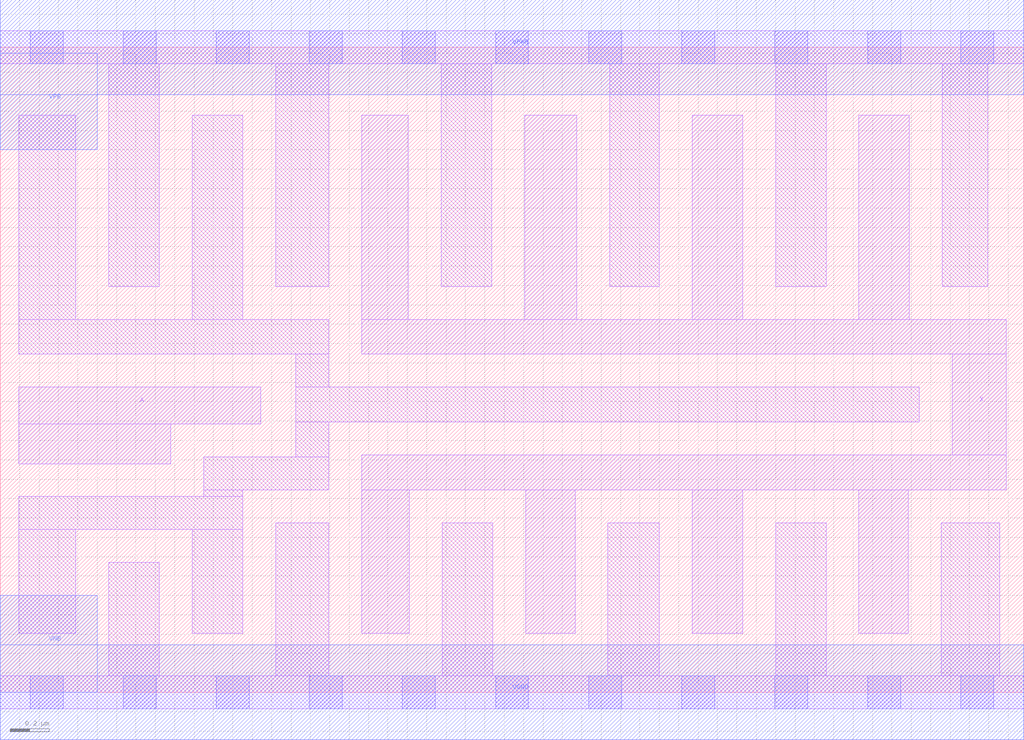
<source format=lef>
# Copyright 2020 The SkyWater PDK Authors
#
# Licensed under the Apache License, Version 2.0 (the "License");
# you may not use this file except in compliance with the License.
# You may obtain a copy of the License at
#
#     https://www.apache.org/licenses/LICENSE-2.0
#
# Unless required by applicable law or agreed to in writing, software
# distributed under the License is distributed on an "AS IS" BASIS,
# WITHOUT WARRANTIES OR CONDITIONS OF ANY KIND, either express or implied.
# See the License for the specific language governing permissions and
# limitations under the License.
#
# SPDX-License-Identifier: Apache-2.0

VERSION 5.5 ;
NAMESCASESENSITIVE ON ;
BUSBITCHARS "[]" ;
DIVIDERCHAR "/" ;
MACRO sky130_fd_sc_lp__buf_8
  CLASS CORE ;
  SOURCE USER ;
  ORIGIN  0.000000  0.000000 ;
  SIZE  5.280000 BY  3.330000 ;
  SYMMETRY X Y R90 ;
  SITE unit ;
  PIN A
    ANTENNAGATEAREA  0.945000 ;
    DIRECTION INPUT ;
    USE SIGNAL ;
    PORT
      LAYER li1 ;
        RECT 0.095000 1.180000 0.880000 1.385000 ;
        RECT 0.095000 1.385000 1.345000 1.575000 ;
    END
  END A
  PIN X
    ANTENNADIFFAREA  2.352000 ;
    DIRECTION OUTPUT ;
    USE SIGNAL ;
    PORT
      LAYER li1 ;
        RECT 1.865000 0.305000 2.110000 1.045000 ;
        RECT 1.865000 1.045000 5.190000 1.225000 ;
        RECT 1.865000 1.745000 5.190000 1.925000 ;
        RECT 1.865000 1.925000 2.105000 2.980000 ;
        RECT 2.705000 1.925000 2.975000 2.980000 ;
        RECT 2.710000 0.305000 2.965000 1.045000 ;
        RECT 3.570000 0.305000 3.830000 1.045000 ;
        RECT 3.570000 1.925000 3.830000 2.980000 ;
        RECT 4.430000 0.305000 4.685000 1.045000 ;
        RECT 4.430000 1.925000 4.690000 2.980000 ;
        RECT 4.910000 1.225000 5.190000 1.745000 ;
    END
  END X
  PIN VGND
    DIRECTION INOUT ;
    USE GROUND ;
    PORT
      LAYER met1 ;
        RECT 0.000000 -0.245000 5.280000 0.245000 ;
    END
  END VGND
  PIN VNB
    DIRECTION INOUT ;
    USE GROUND ;
    PORT
    END
  END VNB
  PIN VPB
    DIRECTION INOUT ;
    USE POWER ;
    PORT
    END
  END VPB
  PIN VNB
    DIRECTION INOUT ;
    USE GROUND ;
    PORT
      LAYER met1 ;
        RECT 0.000000 0.000000 0.500000 0.500000 ;
    END
  END VNB
  PIN VPB
    DIRECTION INOUT ;
    USE POWER ;
    PORT
      LAYER met1 ;
        RECT 0.000000 2.800000 0.500000 3.300000 ;
    END
  END VPB
  PIN VPWR
    DIRECTION INOUT ;
    USE POWER ;
    PORT
      LAYER met1 ;
        RECT 0.000000 3.085000 5.280000 3.575000 ;
    END
  END VPWR
  OBS
    LAYER li1 ;
      RECT 0.000000 -0.085000 5.280000 0.085000 ;
      RECT 0.000000  3.245000 5.280000 3.415000 ;
      RECT 0.095000  0.305000 0.390000 0.840000 ;
      RECT 0.095000  0.840000 1.250000 1.010000 ;
      RECT 0.095000  1.745000 1.695000 1.925000 ;
      RECT 0.095000  1.925000 0.390000 2.980000 ;
      RECT 0.560000  0.085000 0.820000 0.670000 ;
      RECT 0.560000  2.095000 0.820000 3.245000 ;
      RECT 0.990000  0.305000 1.250000 0.840000 ;
      RECT 0.990000  1.925000 1.250000 2.980000 ;
      RECT 1.050000  1.010000 1.250000 1.045000 ;
      RECT 1.050000  1.045000 1.695000 1.215000 ;
      RECT 1.420000  0.085000 1.695000 0.875000 ;
      RECT 1.420000  2.095000 1.695000 3.245000 ;
      RECT 1.525000  1.215000 1.695000 1.395000 ;
      RECT 1.525000  1.395000 4.740000 1.575000 ;
      RECT 1.525000  1.575000 1.695000 1.745000 ;
      RECT 2.275000  2.095000 2.535000 3.245000 ;
      RECT 2.280000  0.085000 2.540000 0.875000 ;
      RECT 3.135000  0.085000 3.400000 0.875000 ;
      RECT 3.145000  2.095000 3.400000 3.245000 ;
      RECT 4.000000  0.085000 4.260000 0.875000 ;
      RECT 4.000000  2.095000 4.260000 3.245000 ;
      RECT 4.855000  0.085000 5.155000 0.875000 ;
      RECT 4.860000  2.095000 5.095000 3.245000 ;
    LAYER mcon ;
      RECT 0.155000 -0.085000 0.325000 0.085000 ;
      RECT 0.155000  3.245000 0.325000 3.415000 ;
      RECT 0.635000 -0.085000 0.805000 0.085000 ;
      RECT 0.635000  3.245000 0.805000 3.415000 ;
      RECT 1.115000 -0.085000 1.285000 0.085000 ;
      RECT 1.115000  3.245000 1.285000 3.415000 ;
      RECT 1.595000 -0.085000 1.765000 0.085000 ;
      RECT 1.595000  3.245000 1.765000 3.415000 ;
      RECT 2.075000 -0.085000 2.245000 0.085000 ;
      RECT 2.075000  3.245000 2.245000 3.415000 ;
      RECT 2.555000 -0.085000 2.725000 0.085000 ;
      RECT 2.555000  3.245000 2.725000 3.415000 ;
      RECT 3.035000 -0.085000 3.205000 0.085000 ;
      RECT 3.035000  3.245000 3.205000 3.415000 ;
      RECT 3.515000 -0.085000 3.685000 0.085000 ;
      RECT 3.515000  3.245000 3.685000 3.415000 ;
      RECT 3.995000 -0.085000 4.165000 0.085000 ;
      RECT 3.995000  3.245000 4.165000 3.415000 ;
      RECT 4.475000 -0.085000 4.645000 0.085000 ;
      RECT 4.475000  3.245000 4.645000 3.415000 ;
      RECT 4.955000 -0.085000 5.125000 0.085000 ;
      RECT 4.955000  3.245000 5.125000 3.415000 ;
  END
END sky130_fd_sc_lp__buf_8
END LIBRARY

</source>
